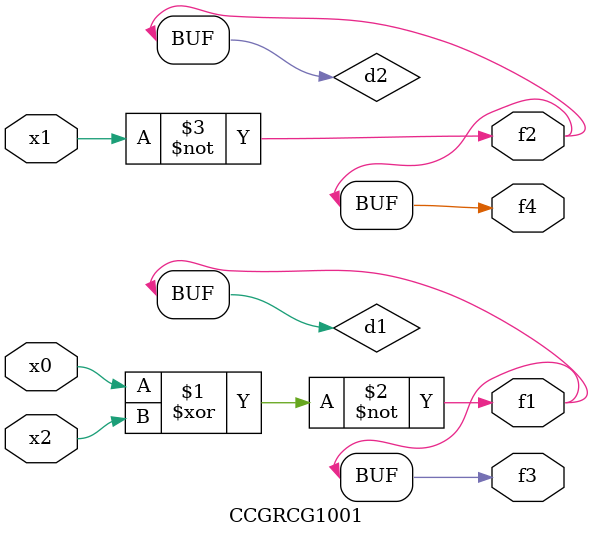
<source format=v>
module CCGRCG1001(
	input x0, x1, x2,
	output f1, f2, f3, f4
);

	wire d1, d2, d3;

	xnor (d1, x0, x2);
	nand (d2, x1);
	nor (d3, x1, x2);
	assign f1 = d1;
	assign f2 = d2;
	assign f3 = d1;
	assign f4 = d2;
endmodule

</source>
